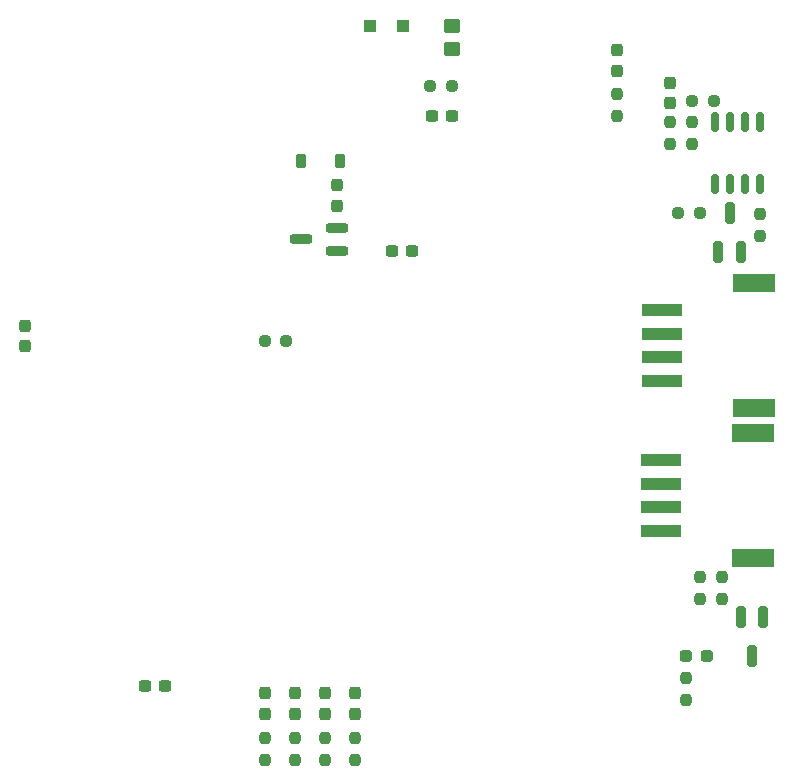
<source format=gbr>
%TF.GenerationSoftware,KiCad,Pcbnew,8.0.1*%
%TF.CreationDate,2024-09-06T12:01:45+09:00*%
%TF.ProjectId,raspcat,72617370-6361-4742-9e6b-696361645f70,rev?*%
%TF.SameCoordinates,Original*%
%TF.FileFunction,Paste,Top*%
%TF.FilePolarity,Positive*%
%FSLAX46Y46*%
G04 Gerber Fmt 4.6, Leading zero omitted, Abs format (unit mm)*
G04 Created by KiCad (PCBNEW 8.0.1) date 2024-09-06 12:01:45*
%MOMM*%
%LPD*%
G01*
G04 APERTURE LIST*
G04 Aperture macros list*
%AMRoundRect*
0 Rectangle with rounded corners*
0 $1 Rounding radius*
0 $2 $3 $4 $5 $6 $7 $8 $9 X,Y pos of 4 corners*
0 Add a 4 corners polygon primitive as box body*
4,1,4,$2,$3,$4,$5,$6,$7,$8,$9,$2,$3,0*
0 Add four circle primitives for the rounded corners*
1,1,$1+$1,$2,$3*
1,1,$1+$1,$4,$5*
1,1,$1+$1,$6,$7*
1,1,$1+$1,$8,$9*
0 Add four rect primitives between the rounded corners*
20,1,$1+$1,$2,$3,$4,$5,0*
20,1,$1+$1,$4,$5,$6,$7,0*
20,1,$1+$1,$6,$7,$8,$9,0*
20,1,$1+$1,$8,$9,$2,$3,0*%
G04 Aperture macros list end*
%ADD10RoundRect,0.200000X-0.200000X0.700000X-0.200000X-0.700000X0.200000X-0.700000X0.200000X0.700000X0*%
%ADD11RoundRect,0.237500X0.250000X0.237500X-0.250000X0.237500X-0.250000X-0.237500X0.250000X-0.237500X0*%
%ADD12RoundRect,0.237500X-0.237500X0.300000X-0.237500X-0.300000X0.237500X-0.300000X0.237500X0.300000X0*%
%ADD13RoundRect,0.237500X-0.237500X0.250000X-0.237500X-0.250000X0.237500X-0.250000X0.237500X0.250000X0*%
%ADD14RoundRect,0.237500X0.237500X-0.250000X0.237500X0.250000X-0.237500X0.250000X-0.237500X-0.250000X0*%
%ADD15RoundRect,0.237500X-0.250000X-0.237500X0.250000X-0.237500X0.250000X0.237500X-0.250000X0.237500X0*%
%ADD16RoundRect,0.237500X-0.237500X0.287500X-0.237500X-0.287500X0.237500X-0.287500X0.237500X0.287500X0*%
%ADD17R,3.400000X1.000000*%
%ADD18R,3.600000X1.500000*%
%ADD19RoundRect,0.237500X0.287500X0.237500X-0.287500X0.237500X-0.287500X-0.237500X0.287500X-0.237500X0*%
%ADD20RoundRect,0.237500X0.300000X0.237500X-0.300000X0.237500X-0.300000X-0.237500X0.300000X-0.237500X0*%
%ADD21RoundRect,0.237500X0.237500X-0.300000X0.237500X0.300000X-0.237500X0.300000X-0.237500X-0.300000X0*%
%ADD22RoundRect,0.200000X0.750000X0.200000X-0.750000X0.200000X-0.750000X-0.200000X0.750000X-0.200000X0*%
%ADD23RoundRect,0.250000X0.300000X0.300000X-0.300000X0.300000X-0.300000X-0.300000X0.300000X-0.300000X0*%
%ADD24RoundRect,0.237500X-0.300000X-0.237500X0.300000X-0.237500X0.300000X0.237500X-0.300000X0.237500X0*%
%ADD25RoundRect,0.225000X0.225000X0.375000X-0.225000X0.375000X-0.225000X-0.375000X0.225000X-0.375000X0*%
%ADD26RoundRect,0.200000X0.200000X-0.700000X0.200000X0.700000X-0.200000X0.700000X-0.200000X-0.700000X0*%
%ADD27RoundRect,0.250000X-0.450000X0.350000X-0.450000X-0.350000X0.450000X-0.350000X0.450000X0.350000X0*%
%ADD28RoundRect,0.150000X0.150000X-0.675000X0.150000X0.675000X-0.150000X0.675000X-0.150000X-0.675000X0*%
G04 APERTURE END LIST*
D10*
%TO.C,Q2*%
X68035000Y16780000D03*
X66135000Y16780000D03*
X67085000Y13480000D03*
%TD*%
D11*
%TO.C,R8*%
X63830000Y60470000D03*
X62005000Y60470000D03*
%TD*%
D12*
%TO.C,C6*%
X60100000Y61967500D03*
X60100000Y60242500D03*
%TD*%
D13*
%TO.C,R10*%
X60100000Y58650000D03*
X60100000Y56825000D03*
%TD*%
D14*
%TO.C,R12*%
X30890000Y4670000D03*
X30890000Y6495000D03*
%TD*%
%TO.C,R15*%
X55655000Y59200000D03*
X55655000Y61025000D03*
%TD*%
D15*
%TO.C,R6*%
X60815000Y50945000D03*
X62640000Y50945000D03*
%TD*%
D16*
%TO.C,D3*%
X30890000Y10305000D03*
X30890000Y8555000D03*
%TD*%
D14*
%TO.C,R2*%
X64545000Y18282500D03*
X64545000Y20107500D03*
%TD*%
D15*
%TO.C,R5*%
X25810000Y40150000D03*
X27635000Y40150000D03*
%TD*%
D17*
%TO.C,CN1*%
X59375000Y24035000D03*
X59375000Y26035000D03*
X59375000Y28035000D03*
X59375000Y30035000D03*
D18*
X67175000Y32335000D03*
X67175000Y21735000D03*
%TD*%
D19*
%TO.C,D1*%
X63275000Y13480000D03*
X61525000Y13480000D03*
%TD*%
D20*
%TO.C,C2*%
X41685000Y59200000D03*
X39960000Y59200000D03*
%TD*%
D14*
%TO.C,R1*%
X62640000Y18282500D03*
X62640000Y20107500D03*
%TD*%
D21*
%TO.C,C4*%
X31906000Y51580000D03*
X31906000Y53305000D03*
%TD*%
D14*
%TO.C,R11*%
X33430000Y4670000D03*
X33430000Y6495000D03*
%TD*%
D20*
%TO.C,C7*%
X17375000Y10940000D03*
X15650000Y10940000D03*
%TD*%
D16*
%TO.C,D2*%
X33430000Y10305000D03*
X33430000Y8555000D03*
%TD*%
D14*
%TO.C,R9*%
X62005000Y56825000D03*
X62005000Y58650000D03*
%TD*%
D21*
%TO.C,C5*%
X5490000Y39695000D03*
X5490000Y41420000D03*
%TD*%
D22*
%TO.C,U3*%
X31907000Y47770000D03*
X31907000Y49670000D03*
X28907000Y48720000D03*
%TD*%
D23*
%TO.C,D7*%
X37500000Y66820000D03*
X34700000Y66820000D03*
%TD*%
D15*
%TO.C,R3*%
X39860000Y61740000D03*
X41685000Y61740000D03*
%TD*%
D24*
%TO.C,C3*%
X36605000Y47770000D03*
X38330000Y47770000D03*
%TD*%
D25*
%TO.C,D8*%
X32206000Y55390000D03*
X28906000Y55390000D03*
%TD*%
D26*
%TO.C,Q1*%
X64230000Y47645000D03*
X66130000Y47645000D03*
X65180000Y50945000D03*
%TD*%
D27*
%TO.C,R17*%
X41685000Y66820000D03*
X41685000Y64820000D03*
%TD*%
D16*
%TO.C,D6*%
X25810000Y10305000D03*
X25810000Y8555000D03*
%TD*%
D13*
%TO.C,R4*%
X67720000Y50865000D03*
X67720000Y49040000D03*
%TD*%
D16*
%TO.C,D5*%
X55655000Y64760000D03*
X55655000Y63010000D03*
%TD*%
D14*
%TO.C,R7*%
X61525000Y9750000D03*
X61525000Y11575000D03*
%TD*%
D17*
%TO.C,CN2*%
X59465000Y36735000D03*
X59465000Y38735000D03*
X59465000Y40735000D03*
X59465000Y42735000D03*
D18*
X67265000Y45035000D03*
X67265000Y34435000D03*
%TD*%
D14*
%TO.C,R16*%
X25810000Y4670000D03*
X25810000Y6495000D03*
%TD*%
%TO.C,R14*%
X28350000Y4670000D03*
X28350000Y6495000D03*
%TD*%
D28*
%TO.C,U4*%
X63910000Y53400000D03*
X65180000Y53400000D03*
X66450000Y53400000D03*
X67720000Y53400000D03*
X67720000Y58650000D03*
X66450000Y58650000D03*
X65180000Y58650000D03*
X63910000Y58650000D03*
%TD*%
D16*
%TO.C,D4*%
X28350000Y10305000D03*
X28350000Y8555000D03*
%TD*%
M02*

</source>
